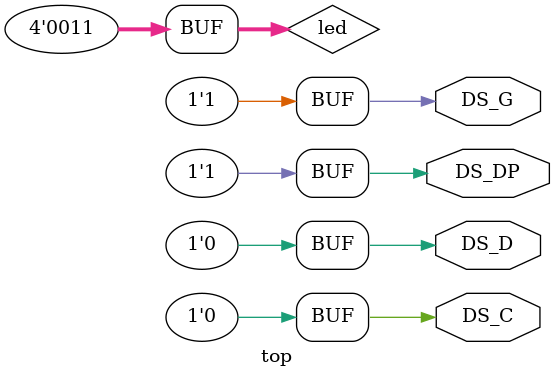
<source format=v>
module top(
	//Dual Purpose Pin LED
	output DS_C,DS_D,DS_G,DS_DP
);

wire [3:0]led ;

assign {DS_C,DS_D,DS_G,DS_DP} = led;

assign led 	= 4'b0011;

endmodule

</source>
